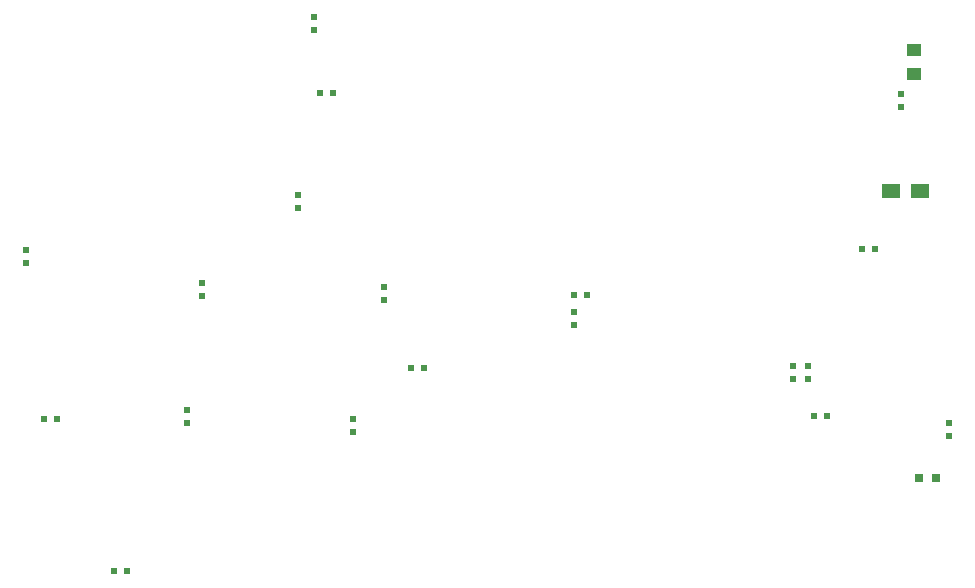
<source format=gbp>
G04 #@! TF.GenerationSoftware,KiCad,Pcbnew,(5.1.2)-1*
G04 #@! TF.CreationDate,2020-02-06T13:24:46+09:00*
G04 #@! TF.ProjectId,o2_breakout,6f325f62-7265-4616-9b6f-75742e6b6963,rev?*
G04 #@! TF.SameCoordinates,Original*
G04 #@! TF.FileFunction,Paste,Bot*
G04 #@! TF.FilePolarity,Positive*
%FSLAX46Y46*%
G04 Gerber Fmt 4.6, Leading zero omitted, Abs format (unit mm)*
G04 Created by KiCad (PCBNEW (5.1.2)-1) date 2020-02-06 13:24:46*
%MOMM*%
%LPD*%
G04 APERTURE LIST*
%ADD10R,0.600000X0.500000*%
%ADD11R,0.500000X0.600000*%
%ADD12R,0.800000X0.750000*%
%ADD13R,1.250000X1.000000*%
%ADD14R,1.500000X1.250000*%
G04 APERTURE END LIST*
D10*
X174679700Y-94742000D03*
X173579700Y-94742000D03*
D11*
X169062400Y-105744100D03*
X169062400Y-104644100D03*
X167792400Y-105744100D03*
X167792400Y-104644100D03*
D10*
X110244800Y-121996200D03*
X111344800Y-121996200D03*
D11*
X102844600Y-95952400D03*
X102844600Y-94852400D03*
X149250400Y-100064480D03*
X149250400Y-101164480D03*
D10*
X149259200Y-98653600D03*
X150359200Y-98653600D03*
X104352000Y-109093000D03*
X105452000Y-109093000D03*
D12*
X178396200Y-114109500D03*
X179896200Y-114109500D03*
D11*
X127246380Y-75088660D03*
X127246380Y-76188660D03*
D13*
X178015900Y-79879700D03*
X178015900Y-77879700D03*
D11*
X176951640Y-81646940D03*
X176951640Y-82746940D03*
X133172200Y-97925800D03*
X133172200Y-99025800D03*
D14*
X176024220Y-89827100D03*
X178524220Y-89827100D03*
D10*
X136516200Y-104775000D03*
X135416200Y-104775000D03*
D11*
X125844300Y-91236800D03*
X125844300Y-90136800D03*
X180987700Y-109495500D03*
X180987700Y-110595500D03*
D10*
X169583100Y-108839000D03*
X170683100Y-108839000D03*
D11*
X130556000Y-110185200D03*
X130556000Y-109085200D03*
X117729000Y-97608300D03*
X117729000Y-98708300D03*
D10*
X127694600Y-81495900D03*
X128794600Y-81495900D03*
D11*
X116446300Y-108377900D03*
X116446300Y-109477900D03*
M02*

</source>
